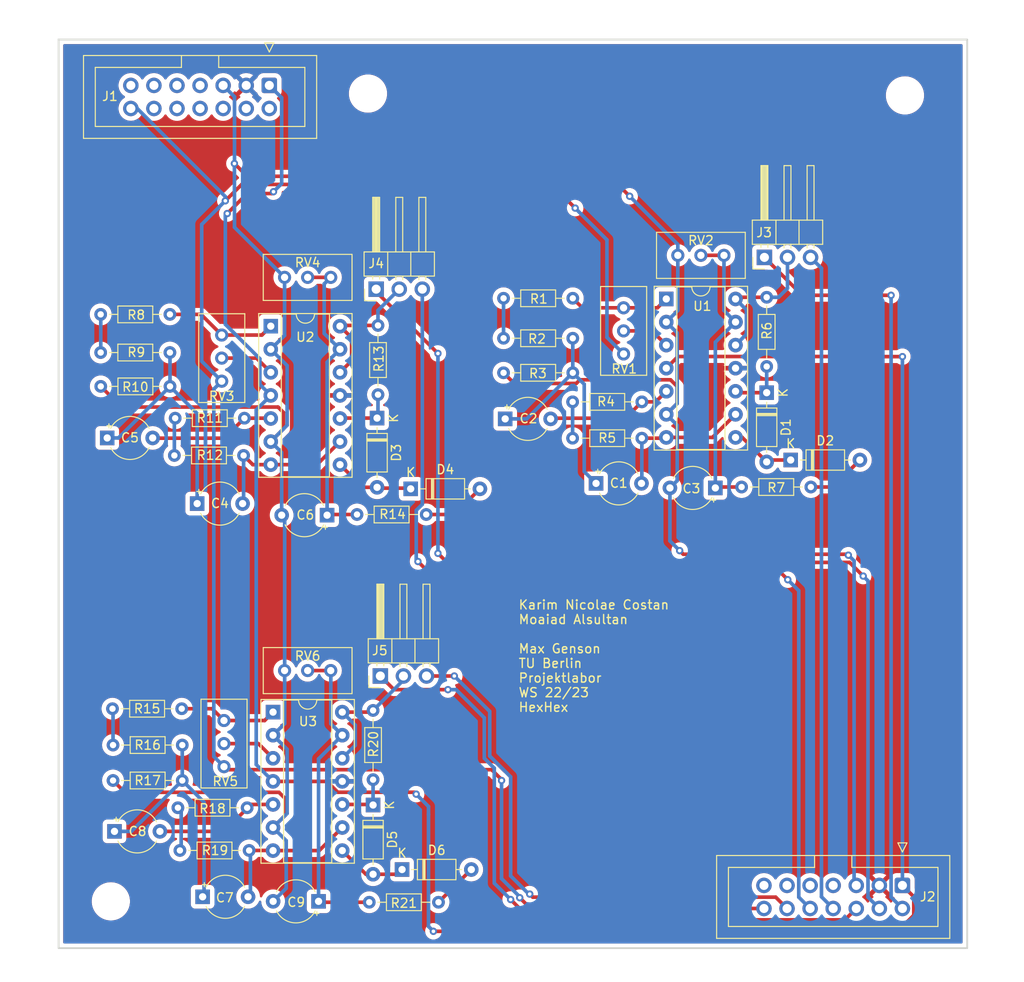
<source format=kicad_pcb>
(kicad_pcb (version 20211014) (generator pcbnew)
  (layers (0 "F.Cu" signal) (31 "B.Cu" signal) (34 "B.Paste" user) (35 "F.Paste" user) (36 "B.SilkS" user "B.Silkscreen") (37 "F.SilkS" user "F.Silkscreen") (38 "B.Mask" user) (39 "F.Mask" user) (44 "Edge.Cuts" user))
  (net 0 "")
  (net 1 "Net-(C1-Pad1)")
  (net 2 "Net-(C1-Pad2)")
  (net 3 "Net-(C2-Pad2)")
  (net 4 "Net-(C3-Pad1)")
  (net 5 "Net-(C3-Pad2)")
  (net 6 "Net-(C4-Pad1)")
  (net 7 "Net-(C4-Pad2)")
  (net 8 "Net-(C5-Pad2)")
  (net 9 "Net-(C6-Pad1)")
  (net 10 "Net-(C7-Pad1)")
  (net 11 "Net-(C7-Pad2)")
  (net 12 "Net-(C8-Pad2)")
  (net 13 "Net-(C9-Pad1)")
  (net 14 "Net-(D1-Pad1)")
  (net 15 "Net-(D1-Pad2)")
  (net 16 "Net-(D2-Pad2)")
  (net 17 "Net-(D3-Pad1)")
  (net 18 "Net-(D3-Pad2)")
  (net 19 "Net-(D4-Pad2)")
  (net 20 "Net-(D5-Pad1)")
  (net 21 "Net-(D5-Pad2)")
  (net 22 "Net-(D6-Pad2)")
  (net 23 "Net-(J1-Pad1)")
  (net 25 "Net-(J1-Pad3)")
  (net 35 "Net-(J1-Pad14)")
  (net 36 "Net-(J2-Pad2)")
  (net 37 "Net-(J2-Pad4)")
  (net 38 "Net-(J2-Pad6)")
  (net 40 "Net-(J2-Pad8)")
  (net 42 "Net-(J2-Pad10)")
  (net 44 "Net-(J2-Pad12)")
  (net 46 "Net-(J3-Pad2)")
  (net 47 "Net-(J4-Pad2)")
  (net 48 "Net-(J5-Pad2)")
  (net 49 "Net-(R1-Pad1)")
  (net 50 "Net-(R1-Pad2)")
  (net 51 "Net-(R4-Pad2)")
  (net 52 "Net-(R8-Pad1)")
  (net 53 "Net-(R8-Pad2)")
  (net 54 "Net-(R11-Pad2)")
  (net 55 "Net-(R15-Pad1)")
  (net 56 "Net-(R15-Pad2)")
  (net 57 "Net-(R18-Pad2)")
  (net 58 "Net-(RV1-Pad2)")
  (net 59 "Net-(RV3-Pad2)")
  (net 60 "Net-(RV5-Pad2)")
  (footprint "Resistor_THT:R_Axial_DIN0204_L3.6mm_D1.6mm_P7.62mm_Horizontal" (layer "F.Cu") (at 114.29 97.225)
    (fp_text reference "R12")
    (fp_text value "R")
  )
  (footprint "Connector_IDC:IDC-Header_2x07_P2.54mm_Vertical" (layer "F.Cu") (at 194.42 144.5475 -90)
    (fp_text reference "J2")
    (fp_text value "Conn_02x07_Odd_Even")
  )
  (footprint "Diode_THT:D_DO-35_SOD27_P7.62mm_Horizontal" (layer "F.Cu") (at 136.6 93.115 -90)
    (fp_text reference "D3")
    (fp_text value "DIODE")
  )
  (footprint "Capacitor_THT:CP_Radial_Tantal_D4.5mm_P5.00mm" (layer "F.Cu") (at 106.9 95.3)
    (fp_text reference "C5")
    (fp_text value "C_Polarized")
  )
  (footprint "Capacitor_THT:CP_Radial_Tantal_D4.5mm_P5.00mm" (layer "F.Cu") (at 131.1 103.8 180)
    (fp_text reference "C6")
    (fp_text value "C_Polarized")
  )
  (footprint "Capacitor_THT:CP_Radial_Tantal_D4.5mm_P5.00mm" (layer "F.Cu") (at 130.16 146.3 180)
    (fp_text reference "C9")
    (fp_text value "C_Polarized")
  )
  (footprint "Diode_THT:D_DO-35_SOD27_P7.62mm_Horizontal" (layer "F.Cu") (at 179.48 90.3175 -90)
    (fp_text reference "D1")
    (fp_text value "DIODE")
  )
  (footprint "Potentiometer_THT:Potentiometer_Bourns_3296W_Vertical" (layer "F.Cu") (at 163.73 80.9775 90)
    (fp_text reference "RV1")
    (fp_text value "R_Potentiometer_Trim")
  )
  (footprint "Connector_PinHeader_2.54mm:PinHeader_1x03_P2.54mm_Horizontal" (layer "F.Cu") (at 136.5 78.925 90)
    (fp_text reference "J4")
    (fp_text value "Conn_01x03_Male")
  )
  (footprint "Resistor_THT:R_Axial_DIN0204_L3.6mm_D1.6mm_P7.62mm_Horizontal" (layer "F.Cu") (at 106.19 89.625)
    (fp_text reference "R10")
    (fp_text value "R")
  )
  (footprint "Resistor_THT:R_Axial_DIN0204_L3.6mm_D1.6mm_P7.62mm_Horizontal" (layer "F.Cu") (at 114.9 140.7)
    (fp_text reference "R19")
    (fp_text value "R")
  )
  (footprint "Capacitor_THT:CP_Radial_Tantal_D4.5mm_P5.00mm" (layer "F.Cu") (at 173.83 100.8 180)
    (fp_text reference "C3")
    (fp_text value "C_Polarized")
  )
  (footprint "Resistor_THT:R_Axial_DIN0204_L3.6mm_D1.6mm_P7.62mm_Horizontal" (layer "F.Cu") (at 136.16 132.91 90)
    (fp_text reference "R20")
    (fp_text value "R")
  )
  (footprint "Resistor_THT:R_Axial_DIN0204_L3.6mm_D1.6mm_P7.62mm_Horizontal" (layer "F.Cu") (at 158.12 95.3275)
    (fp_text reference "R5")
    (fp_text value "R")
  )
  (footprint "Resistor_THT:R_Axial_DIN0204_L3.6mm_D1.6mm_P7.62mm_Horizontal" (layer "F.Cu") (at 115.1 125.1 180)
    (fp_text reference "R15")
    (fp_text value "R")
  )
  (footprint "Resistor_THT:R_Axial_DIN0204_L3.6mm_D1.6mm_P7.62mm_Horizontal" (layer "F.Cu") (at 136.7 90.535 90)
    (fp_text reference "R13")
    (fp_text value "R")
  )
  (footprint "Resistor_THT:R_Axial_DIN0204_L3.6mm_D1.6mm_P7.62mm_Horizontal" (layer "F.Cu") (at 158.14 79.9275 180)
    (fp_text reference "R1")
    (fp_text value "R")
  )
  (footprint "Resistor_THT:R_Axial_DIN0204_L3.6mm_D1.6mm_P7.62mm_Horizontal" (layer "F.Cu") (at 179.48 87.4375 90)
    (fp_text reference "R6")
    (fp_text value "R")
  )
  (footprint "MountingHole:MountingHole_3.2mm_M3" (layer "F.Cu") (at 135.6 57.4)
    (fp_text reference "REF**" hide)
    (fp_text value "MountingHole_3.2mm_M3")
  )
  (footprint "Diode_THT:D_DO-35_SOD27_P7.62mm_Horizontal" (layer "F.Cu") (at 182.12 97.7275)
    (fp_text reference "D2")
    (fp_text value "DIODE")
  )
  (footprint "Diode_THT:D_DO-35_SOD27_P7.62mm_Horizontal" (layer "F.Cu") (at 140.3 100.9)
    (fp_text reference "D4")
    (fp_text value "DIODE")
  )
  (footprint "Resistor_THT:R_Axial_DIN0204_L3.6mm_D1.6mm_P7.62mm_Horizontal" (layer "F.Cu") (at 150.52 84.3275)
    (fp_text reference "R2")
    (fp_text value "R")
  )
  (footprint "Resistor_THT:R_Axial_DIN0204_L3.6mm_D1.6mm_P7.62mm_Horizontal" (layer "F.Cu") (at 113.8 81.7 180)
    (fp_text reference "R8")
    (fp_text value "R")
  )
  (footprint "Resistor_THT:R_Axial_DIN0204_L3.6mm_D1.6mm_P7.62mm_Horizontal" (layer "F.Cu") (at 150.52 88.1275)
    (fp_text reference "R3")
    (fp_text value "R")
  )
  (footprint "Resistor_THT:R_Axial_DIN0204_L3.6mm_D1.6mm_P7.62mm_Horizontal" (layer "F.Cu") (at 107.54 133)
    (fp_text reference "R17")
    (fp_text value "R")
  )
  (footprint "Potentiometer_THT:Potentiometer_Bourns_3296W_Vertical" (layer "F.Cu") (at 119.5 83.975 90)
    (fp_text reference "RV3")
    (fp_text value "R_Potentiometer_Trim")
  )
  (footprint "Resistor_THT:R_Axial_DIN0204_L3.6mm_D1.6mm_P7.62mm_Horizontal" (layer "F.Cu") (at 165.74 91.3275 180)
    (fp_text reference "R4")
    (fp_text value "R")
  )
  (footprint "Resistor_THT:R_Axial_DIN0204_L3.6mm_D1.6mm_P7.62mm_Horizontal" (layer "F.Cu") (at 122 93.125 180)
    (fp_text reference "R11")
    (fp_text value "R")
  )
  (footprint "Connector_PinHeader_2.54mm:PinHeader_1x03_P2.54mm_Horizontal" (layer "F.Cu") (at 136.96 121.5 90)
    (fp_text reference "J5")
    (fp_text value "Conn_01x03_Male")
  )
  (footprint "Resistor_THT:R_Axial_DIN0204_L3.6mm_D1.6mm_P7.62mm_Horizontal" (layer "F.Cu") (at 106.18 85.9)
    (fp_text reference "R9")
    (fp_text value "R")
  )
  (footprint "Resistor_THT:R_Axial_DIN0204_L3.6mm_D1.6mm_P7.62mm_Horizontal" (layer "F.Cu") (at 143.36 146.4 180)
    (fp_text reference "R21")
    (fp_text value "R")
  )
  (footprint "Connector_IDC:IDC-Header_2x07_P2.54mm_Vertical" (layer "F.Cu") (at 124.74 56.5 -90)
    (fp_text reference "J1")
    (fp_text value "Conn_02x07_Odd_Even")
  )
  (footprint "Potentiometer_THT:Potentiometer_Bourns_3296W_Vertical" (layer "F.Cu") (at 119.75 126.4 90)
    (fp_text reference "RV5")
    (fp_text value "R_Potentiometer_Trim")
  )
  (footprint "Capacitor_THT:CP_Radial_Tantal_D4.5mm_P5.00mm" (layer "F.Cu") (at 150.7 93.2)
    (fp_text reference "C2")
    (fp_text value "C_Polarized")
  )
  (footprint "Package_DIP:DIP-14_W7.62mm_Socket" (layer "F.Cu") (at 124.9 83)
    (fp_text reference "U2")
    (fp_text value "TL074")
  )
  (footprint "Capacitor_THT:CP_Radial_Tantal_D4.5mm_P5.00mm" (layer "F.Cu") (at 160.7 100.3)
    (fp_text reference "C1")
    (fp_text value "C_Polarized")
  )
  (footprint "Potentiometer_THT:Potentiometer_Bourns_3296W_Vertical" (layer "F.Cu") (at 174.78 75.2)
    (fp_text reference "RV2")
    (fp_text value "R_Potentiometer_Trim")
  )
  (footprint "Package_DIP:DIP-14_W7.62mm_Socket" (layer "F.Cu") (at 125.15 125.475)
    (fp_text reference "U3")
    (fp_text value "TL074")
  )
  (footprint "Capacitor_THT:CP_Radial_Tantal_D4.5mm_P5.00mm" (layer "F.Cu") (at 116.8 102.525)
    (fp_text reference "C4")
    (fp_text value "C_Polarized")
  )
  (footprint "MountingHole:MountingHole_3.2mm_M3" (layer "F.Cu") (at 194.7 57.6)
    (fp_text reference "REF**" hide)
    (fp_text value "MountingHole_3.2mm_M3")
  )
  (footprint "Capacitor_THT:CP_Radial_Tantal_D4.5mm_P5.00mm" (layer "F.Cu") (at 107.7 138.6)
    (fp_text reference "C8")
    (fp_text value "C_Polarized")
  )
  (footprint "Capacitor_THT:CP_Radial_Tantal_D4.5mm_P5.00mm" (layer "F.Cu") (at 117.4 145.8)
    (fp_text reference "C7")
    (fp_text value "C_Polarized")
  )
  (footprint "MountingHole:MountingHole_3.2mm_M3" (layer "F.Cu") (at 107.3 146.3)
    (fp_text reference "REF**" hide)
    (fp_text value "MountingHole_3.2mm_M3")
  )
  (footprint "Resistor_THT:R_Axial_DIN0204_L3.6mm_D1.6mm_P7.62mm_Horizontal" (layer "F.Cu") (at 122.3 136 180)
    (fp_text reference "R18")
    (fp_text value "R")
  )
  (footprint "Potentiometer_THT:Potentiometer_Bourns_3296W_Vertical" (layer "F.Cu") (at 131.5 77.625)
    (fp_text reference "RV4")
    (fp_text value "R_Potentiometer_Trim")
  )
  (footprint "Diode_THT:D_DO-35_SOD27_P7.62mm_Horizontal" (layer "F.Cu") (at 139.35 142.8)
    (fp_text reference "D6")
    (fp_text value "DIODE")
  )
  (footprint "Diode_THT:D_DO-35_SOD27_P7.62mm_Horizontal" (layer "F.Cu") (at 136.16 135.7 -90)
    (fp_text reference "D5")
    (fp_text value "DIODE")
  )
  (footprint "Potentiometer_THT:Potentiometer_Bourns_3296W_Vertical" (layer "F.Cu") (at 131.5 120.9)
    (fp_text reference "RV6")
    (fp_text value "R_Potentiometer_Trim")
  )
  (footprint "Resistor_THT:R_Axial_DIN0204_L3.6mm_D1.6mm_P7.62mm_Horizontal" (layer "F.Cu") (at 142.01 103.725 180)
    (fp_text reference "R14")
    (fp_text value "R")
  )
  (footprint "Resistor_THT:R_Axial_DIN0204_L3.6mm_D1.6mm_P7.62mm_Horizontal" (layer "F.Cu") (at 107.54 129.1)
    (fp_text reference "R16")
    (fp_text value "R")
  )
  (footprint "Resistor_THT:R_Axial_DIN0204_L3.6mm_D1.6mm_P7.62mm_Horizontal" (layer "F.Cu") (at 184.34 100.7 180)
    (fp_text reference "R7")
    (fp_text value "R")
  )
  (footprint "Package_DIP:DIP-14_W7.62mm_Socket" (layer "F.Cu") (at 168.43 80.0025)
    (fp_text reference "U1")
    (fp_text value "TL074")
  )
  (footprint "Connector_PinHeader_2.54mm:PinHeader_1x03_P2.54mm_Horizontal" (layer "F.Cu") (at 179.23 75.4275 90)
    (fp_text reference "J3")
    (fp_text value "Conn_01x03_Male")
  )
  (gr_rect (start 101.55 51.45) (end 201.55 151.45) (layer "Edge.Cuts") (width 0.2) (fill none))
  (gr_text "Karim Nicolae Costan\nMoaiad Alsultan\n\nMax Genson\nTU Berlin\nProjektlabor\nWS 22/23\nHexHex" (at 152.1 119.3) (layer "F.SilkS") (effects (font (size 1 1)) (justify left)))
  (segment (start 153.0675 93.2) (end 158.14 88.1275) (width 0.4) (layer "B.Cu") (net 1))
  (segment (start 160.7 100.3) (end 159.4 99) (width 0.4) (layer "B.Cu") (net 1))
  (segment (start 159.4 99) (end 159.4 89.3875) (width 0.4) (layer "B.Cu") (net 1))
  (segment (start 159.4 89.3875) (end 158.14 88.1275) (width 0.4) (layer "B.Cu") (net 1))
  (segment (start 158.14 84.3275) (end 158.14 88.1275) (width 0.4) (layer "B.Cu") (net 1))
  (segment (start 150.7 93.2) (end 153.0675 93.2) (width 0.4) (layer "B.Cu") (net 1))
  (segment (start 173.51 95.2425) (end 176.05 92.7025) (width 0.4) (layer "F.Cu") (net 2))
  (segment (start 168.43 95.2425) (end 173.51 95.2425) (width 0.4) (layer "F.Cu") (net 2))
  (segment (start 165.74 95.3275) (end 168.345 95.3275) (width 0.4) (layer "F.Cu") (net 2))
  (segment (start 168.345 95.3275) (end 168.43 95.2425) (width 0.4) (layer "F.Cu") (net 2))
  (segment (start 165.74 95.3275) (end 165.74 100.26) (width 0.4) (layer "B.Cu") (net 2))
  (segment (start 165.74 100.26) (end 165.7 100.3) (width 0.4) (layer "B.Cu") (net 2))
  (segment (start 155.7 93.2) (end 155.7725 93.1275) (width 0.4) (layer "F.Cu") (net 3))
  (segment (start 163.94 93.1275) (end 165.74 91.3275) (width 0.4) (layer "F.Cu") (net 3))
  (segment (start 167.265 91.3275) (end 165.74 91.3275) (width 0.4) (layer "F.Cu") (net 3))
  (segment (start 155.7725 93.1275) (end 163.94 93.1275) (width 0.4) (layer "F.Cu") (net 3))
  (segment (start 167.265 91.3275) (end 168.43 90.1625) (width 0.4) (layer "F.Cu") (net 3))
  (segment (start 173.93 100.7) (end 176.72 100.7) (width 0.4) (layer "F.Cu") (net 4))
  (segment (start 173.83 100.8) (end 173.93 100.7) (width 0.4) (layer "F.Cu") (net 4))
  (segment (start 172.24 75.2) (end 174.78 75.2) (width 0.4) (layer "F.Cu") (net 4))
  (segment (start 176.05 82.5425) (end 173.83 84.7625) (width 0.4) (layer "B.Cu") (net 4))
  (segment (start 173.83 84.7625) (end 173.83 100.8) (width 0.4) (layer "B.Cu") (net 4))
  (segment (start 174.78 81.2725) (end 176.05 82.5425) (width 0.4) (layer "B.Cu") (net 4))
  (segment (start 174.78 75.2) (end 174.78 81.2725) (width 0.4) (layer "B.Cu") (net 4))
  (segment (start 188.368063 108.1) (end 188.468563 108.2005) (width 0.4) (layer "F.Cu") (net 5))
  (segment (start 125.8 134.3) (end 126.5 135) (width 0.4) (layer "F.Cu") (net 5))
  (segment (start 169.629511 91.502989) (end 168.43 92.7025) (width 0.4) (layer "F.Cu") (net 5))
  (segment (start 126.5 135) (end 126.5 136.825) (width 0.4) (layer "F.Cu") (net 5))
  (segment (start 108.465 91.9) (end 125.7 91.9) (width 0.4) (layer "F.Cu") (net 5))
  (segment (start 125.7 91.9) (end 126.3 92.5) (width 0.4) (layer "F.Cu") (net 5))
  (segment (start 168.9 88.9) (end 169.629511 89.629511) (width 0.4) (layer "F.Cu") (net 5))
  (segment (start 106.19 89.625) (end 108.465 91.9) (width 0.4) (layer "F.Cu") (net 5))
  (segment (start 122.3 66.5) (end 120.9 65.1) (width 0.4) (layer "F.Cu") (net 5))
  (segment (start 126.3 94.3) (end 124.9 95.7) (width 0.4) (layer "F.Cu") (net 5))
  (segment (start 151.6925 89.3) (end 150.52 88.1275) (width 0.4) (layer "F.Cu") (net 5))
  (segment (start 162.2 66.5) (end 122.3 66.5) (width 0.4) (layer "F.Cu") (net 5))
  (segment (start 164.4 68.7) (end 162.2 66.5) (width 0.4) (layer "F.Cu") (net 5))
  (segment (start 108.84 134.3) (end 125.8 134.3) (width 0.4) (layer "F.Cu") (net 5))
  (segment (start 107.54 133) (end 108.84 134.3) (width 0.4) (layer "F.Cu") (net 5))
  (segment (start 158.922444 88.9) (end 158.522444 89.3) (width 0.4) (layer "F.Cu") (net 5))
  (segment (start 126.3 92.5) (end 126.3 94.3) (width 0.4) (layer "F.Cu") (net 5))
  (segment (start 169.9 107.7) (end 170.3 108.1) (width 0.4) (layer "F.Cu") (net 5))
  (segment (start 126.5 136.825) (end 125.15 138.175) (width 0.4) (layer "F.Cu") (net 5))
  (segment (start 158.522444 89.3) (end 151.6925 89.3) (width 0.4) (layer "F.Cu") (net 5))
  (segment (start 169.629511 89.629511) (end 169.629511 91.502989) (width 0.4) (layer "F.Cu") (net 5))
  (segment (start 168.9 88.9) (end 158.922444 88.9) (width 0.4) (layer "F.Cu") (net 5))
  (segment (start 170.3 108.1) (end 188.368063 108.1) (width 0.4) (layer "F.Cu") (net 5))
  (via (at 164.4 68.7) (size 0.8) (drill 0.4) (layers "F.Cu" "B.Cu") (net 5))
  (via (at 120.9 65.1) (size 0.8) (drill 0.4) (layers "F.Cu" "B.Cu") (net 5))
  (via (at 169.9 107.7) (size 0.8) (drill 0.4) (layers "F.Cu" "B.Cu") (net 5))
  (via (at 188.468563 108.2005) (size 0.8) (drill 0.4) (layers "F.Cu" "B.Cu") (net 5))
  (segment (start 126.7 136.625) (end 125.15 138.175) (width 0.4) (layer "B.Cu") (net 5))
  (segment (start 169.7 81.2725) (end 168.43 82.5425) (width 0.4) (layer "B.Cu") (net 5))
  (segment (start 126.6 144.86) (end 125.16 146.3) (width 0.4) (layer "B.Cu") (net 5))
  (segment (start 168.83 106.63) (end 168.83 100.8) (width 0.4) (layer "B.Cu") (net 5))
  (segment (start 125.15 138.175) (end 126.6 139.625) (width 0.4) (layer "B.Cu") (net 5))
  (segment (start 169.629511 93.902011) (end 169.629511 100.000489) (width 0.4) (layer "B.Cu") (net 5))
  (segment (start 169.7 74) (end 169.7 75.2) (width 0.4) (layer "B.Cu") (net 5))
  (segment (start 120.9 65.1) (end 120.909511 72.114511) (width 0.4) (layer "B.Cu") (net 5))
  (segment (start 189.1 108.831937) (end 189.1 144.3075) (width 0.4) (layer "B.Cu") (net 5))
  (segment (start 119.66 56.5) (end 120.909511 57.749511) (width 0.4) (layer "B.Cu") (net 5))
  (segment (start 124.9 95.7) (end 126.1 96.9) (width 0.4) (layer "B.Cu") (net 5))
  (segment (start 125.15 128.015) (end 126.7 129.565) (width 0.4) (layer "B.Cu") (net 5))
  (segment (start 126.43 120.89) (end 126.43 104.13) (width 0.4) (layer "B.Cu") (net 5))
  (segment (start 189.1 144.3075) (end 189.34 144.5475) (width 0.4) (layer "B.Cu") (net 5))
  (segment (start 120.909511 65.090489) (end 120.9 65.1) (width 0.4) (layer "B.Cu") (net 5))
  (segment (start 169.7 75.2) (end 169.7 81.2725) (width 0.4) (layer "B.Cu") (net 5))
  (segment (start 120.909511 57.749511) (end 120.909511 65.090489) (width 0.4) (layer "B.Cu") (net 5))
  (segment (start 126.43 104.13) (end 126.1 103.8) (width 0.4) (layer "B.Cu") (net 5))
  (segment (start 168.43 82.5425) (end 169.629511 83.742011) (width 0.4) (layer "B.Cu") (net 5))
  (segment (start 188.468563 108.2005) (end 189.1 108.831937) (width 0.4) (layer "B.Cu") (net 5))
  (segment (start 126.7 129.565) (end 126.7 136.625) (width 0.4) (layer "B.Cu") (net 5))
  (segment (start 120.909511 72.114511) (end 126.42 77.625) (width 0.4) (layer "B.Cu") (net 5))
  (segment (start 126.6 139.625) (end 126.6 144.86) (width 0.4) (layer "B.Cu") (net 5))
  (segment (start 126.43 120.91) (end 126.43 126.735) (width 0.4) (layer "B.Cu") (net 5))
  (segment (start 169.629511 83.742011) (end 169.629511 91.502989) (width 0.4) (layer "B.Cu") (net 5))
  (segment (start 124.9 85.54) (end 126.42 84.02) (width 0.4) (layer "B.Cu") (net 5))
  (segment (start 126.43 126.735) (end 125.15 128.015) (width 0.4) (layer "B.Cu") (net 5))
  (segment (start 126.1 96.9) (end 126.1 103.8) (width 0.4) (layer "B.Cu") (net 5))
  (segment (start 169.629511 100.000489) (end 168.83 100.8) (width 0.4) (layer "B.Cu") (net 5))
  (segment (start 126.7 93.9) (end 124.9 95.7) (width 0.4) (layer "B.Cu") (net 5))
  (segment (start 126.42 120.9) (end 126.43 120.91) (width 0.4) (layer "B.Cu") (net 5))
  (segment (start 168.43 92.7025) (end 169.629511 93.902011) (width 0.4) (layer "B.Cu") (net 5))
  (segment (start 126.42 84.02) (end 126.42 77.625) (width 0.4) (layer "B.Cu") (net 5))
  (segment (start 126.7 87.34) (end 126.7 93.9) (width 0.4) (layer "B.Cu") (net 5))
  (segment (start 169.9 107.7) (end 168.83 106.63) (width 0.4) (layer "B.Cu") (net 5))
  (segment (start 126.42 120.9) (end 126.43 120.89) (width 0.4) (layer "B.Cu") (net 5))
  (segment (start 124.9 85.54) (end 126.7 87.34) (width 0.4) (layer "B.Cu") (net 5))
  (segment (start 169.629511 91.502989) (end 168.43 92.7025) (width 0.4) (layer "B.Cu") (net 5))
  (segment (start 164.4 68.7) (end 169.7 74) (width 0.4) (layer "B.Cu") (net 5))
  (segment (start 106.9 95.3) (end 108.135 95.3) (width 0.4) (layer "B.Cu") (net 6))
  (segment (start 116.8 102.525) (end 116.8 92.615) (width 0.4) (layer "B.Cu") (net 6))
  (segment (start 113.81 85.91) (end 113.8 85.9) (width 0.4) (layer "B.Cu") (net 6))
  (segment (start 113.81 89.625) (end 113.81 85.91) (width 0.4) (layer "B.Cu") (net 6))
  (segment (start 108.135 95.3) (end 113.81 89.625) (width 0.4) (layer "B.Cu") (net 6))
  (segment (start 116.8 92.615) (end 113.81 89.625) (width 0.4) (layer "B.Cu") (net 6))
  (segment (start 130.1 98.125) (end 129.985 98.24) (width 0.4) (layer "F.Cu") (net 7))
  (segment (start 129.985 98.24) (end 124.9 98.24) (width 0.4) (layer "F.Cu") (net 7))
  (segment (start 130.1 98.12) (end 130.1 98.125) (width 0.4) (layer "F.Cu") (net 7))
  (segment (start 122.925 98.24) (end 121.91 97.225) (width 0.4) (layer "F.Cu") (net 7))
  (segment (start 132.52 95.7) (end 130.1 98.12) (width 0.4) (layer "F.Cu") (net 7))
  (segment (start 124.9 98.24) (end 122.925 98.24) (width 0.4) (layer "F.Cu") (net 7))
  (segment (start 121.91 97.225) (end 121.91 102.415) (width 0.4) (layer "B.Cu") (net 7))
  (segment (start 121.91 102.415) (end 121.8 102.525) (width 0.4) (layer "B.Cu") (net 7))
  (segment (start 124.865 93.125) (end 124.9 93.16) (width 0.4) (layer "F.Cu") (net 8))
  (segment (start 119.8 95.325) (end 122 93.125) (width 0.4) (layer "F.Cu") (net 8))
  (segment (start 111.9 95.3) (end 111.925 95.325) (width 0.4) (layer "F.Cu") (net 8))
  (segment (start 122 93.125) (end 124.865 93.125) (width 0.4) (layer "F.Cu") (net 8))
  (segment (start 111.925 95.325) (end 119.8 95.325) (width 0.4) (layer "F.Cu") (net 8))
  (segment (start 128.96 77.625) (end 131.5 77.625) (width 0.4) (layer "F.Cu") (net 9))
  (segment (start 131.1 103.8) (end 131.175 103.725) (width 0.4) (layer "F.Cu") (net 9))
  (segment (start 131.175 103.725) (end 134.39 103.725) (width 0.4) (layer "F.Cu") (net 9))
  (segment (start 130.780001 78.344999) (end 130.780001 83.800001) (width 0.4) (layer "B.Cu") (net 9))
  (segment (start 131.1 86.96) (end 131.1 103.8) (width 0.4) (layer "B.Cu") (net 9))
  (segment (start 131.5 77.625) (end 130.780001 78.344999) (width 0.4) (layer "B.Cu") (net 9))
  (segment (start 132.52 85.54) (end 131.1 86.96) (width 0.4) (layer "B.Cu") (net 9))
  (segment (start 130.780001 83.800001) (end 132.52 85.54) (width 0.4) (layer "B.Cu") (net 9))
  (segment (start 115.16 133) (end 117.56 135.4) (width 0.4) (layer "B.Cu") (net 10))
  (segment (start 117.56 145.64) (end 117.4 145.8) (width 0.4) (layer "B.Cu") (net 10))
  (segment (start 115.16 133) (end 115.16 129.1) (width 0.4) (layer "B.Cu") (net 10))
  (segment (start 109.56 138.6) (end 115.16 133) (width 0.4) (layer "B.Cu") (net 10))
  (segment (start 107.7 138.6) (end 109.56 138.6) (width 0.4) (layer "B.Cu") (net 10))
  (segment (start 117.56 135.4) (end 117.56 145.64) (width 0.4) (layer "B.Cu") (net 10))
  (segment (start 122.52 140.7) (end 125.135 140.7) (width 0.4) (layer "F.Cu") (net 11))
  (segment (start 125.15 140.715) (end 130.23 140.715) (width 0.4) (layer "F.Cu") (net 11))
  (segment (start 130.23 140.715) (end 132.77 138.175) (width 0.4) (layer "F.Cu") (net 11))
  (segment (start 125.135 140.7) (end 125.15 140.715) (width 0.4) (layer "F.Cu") (net 11))
  (segment (start 122.66 140.84) (end 122.66 145.54) (width 0.4) (layer "B.Cu") (net 11))
  (segment (start 122.66 145.54) (end 122.4 145.8) (width 0.4) (layer "B.Cu") (net 11))
  (segment (start 122.52 140.7) (end 122.66 140.84) (width 0.4) (layer "B.Cu") (net 11))
  (segment (start 122.3 136.06) (end 122.3 136) (width 0.4) (layer "F.Cu") (net 12))
  (segment (start 112.7 138.6) (end 119.76 138.6) (width 0.4) (layer "F.Cu") (net 12))
  (segment (start 122.665 135.635) (end 122.3 136) (width 0.4) (layer "F.Cu") (net 12))
  (segment (start 119.76 138.6) (end 122.3 136.06) (width 0.4) (layer "F.Cu") (net 12))
  (segment (start 125.15 135.635) (end 122.665 135.635) (width 0.4) (layer "F.Cu") (net 12))
  (segment (start 130.26 146.4) (end 130.16 146.3) (width 0.4) (layer "F.Cu") (net 13))
  (segment (start 128.96 120.9) (end 131.5 120.9) (width 0.4) (layer "F.Cu") (net 13))
  (segment (start 135.74 146.4) (end 130.26 146.4) (width 0.4) (layer "F.Cu") (net 13))
  (segment (start 131.51 126.755) (end 132.77 128.015) (width 0.4) (layer "B.Cu") (net 13))
  (segment (start 131.51 120.91) (end 131.51 126.755) (width 0.4) (layer "B.Cu") (net 13))
  (segment (start 130.16 130.625) (end 132.77 128.015) (width 0.4) (layer "B.Cu") (net 13))
  (segment (start 131.5 120.9) (end 131.51 120.91) (width 0.4) (layer "B.Cu") (net 13))
  (segment (start 130.16 146.3) (end 130.16 130.625) (width 0.4) (layer "B.Cu") (net 13))
  (segment (start 176.205 90.3175) (end 176.05 90.1625) (width 0.4) (layer "F.Cu") (net 14))
  (segment (start 179.48 90.3175) (end 176.205 90.3175) (width 0.4) (layer "F.Cu") (net 14))
  (segment (start 179.48 90.3175) (end 179.48 87.4375) (width 0.4) (layer "B.Cu") (net 14))
  (segment (start 179.69 97.7275) (end 179.48 97.9375) (width 0.4) (layer "F.Cu") (net 15))
  (segment (start 179.48 97.9375) (end 176.785 95.2425) (width 0.4) (layer "F.Cu") (net 15))
  (segment (start 182.12 97.7275) (end 179.69 97.7275) (width 0.4) (layer "F.Cu") (net 15))
  (segment (start 176.785 95.2425) (end 176.05 95.2425) (width 0.4) (layer "F.Cu") (net 15))
  (segment (start 186.7675 100.7) (end 189.74 97.7275) (width 0.4) (layer "F.Cu") (net 16))
  (segment (start 184.34 100.7) (end 186.7675 100.7) (width 0.4) (layer "F.Cu") (net 16))
  (segment (start 136.6 93.115) (end 132.565 93.115) (width 0.4) (layer "F.Cu") (net 17))
  (segment (start 132.565 93.115) (end 132.52 93.16) (width 0.4) (layer "F.Cu") (net 17))
  (segment (start 136.7 90.535) (end 136.7 93.015) (width 0.4) (layer "B.Cu") (net 17))
  (segment (start 136.7 93.015) (end 136.6 93.115) (width 0.4) (layer "B.Cu") (net 17))
  (segment (start 140.225 100.825) (end 136.69 100.825) (width 0.4) (layer "F.Cu") (net 18))
  (segment (start 136.6 100.735) (end 135.015 100.735) (width 0.4) (layer "F.Cu") (net 18))
  (segment (start 140.3 100.9) (end 140.225 100.825) (width 0.4) (layer "F.Cu") (net 18))
  (segment (start 136.69 100.825) (end 136.6 100.735) (width 0.4) (layer "F.Cu") (net 18))
  (segment (start 135.015 100.735) (end 132.52 98.24) (width 0.4) (layer "F.Cu") (net 18))
  (segment (start 145.095 103.725) (end 147.92 100.9) (width 0.4) (layer "F.Cu") (net 19))
  (segment (start 142.01 103.725) (end 145.095 103.725) (width 0.4) (layer "F.Cu") (net 19))
  (segment (start 132.77 135.635) (end 136.095 135.635) (width 0.4) (layer "F.Cu") (net 20))
  (segment (start 136.095 135.635) (end 136.16 135.7) (width 0.4) (layer "F.Cu") (net 20))
  (segment (start 136.16 132.91) (end 136.16 135.7) (width 0.4) (layer "B.Cu") (net 20))
  (segment (start 136.16 143.32) (end 138.83 143.32) (width 0.4) (layer "F.Cu") (net 21))
  (segment (start 135.375 143.32) (end 136.16 143.32) (width 0.4) (layer "F.Cu") (net 21))
  (segment (start 138.83 143.32) (end 139.35 142.8) (width 0.4) (layer "F.Cu") (net 21))
  (segment (start 132.77 140.715) (end 135.375 143.32) (width 0.4) (layer "F.Cu") (net 21))
  (segment (start 143.36 146.4) (end 146.96 142.8) (width 0.4) (layer "F.Cu") (net 22))
  (segment (start 146.96 142.8) (end 146.97 142.8) (width 0.4) (layer "F.Cu") (net 22))
  (segment (start 169.714511 86.337989) (end 168.43 87.6225) (width 0.4) (layer "F.Cu") (net 23))
  (segment (start 194.42 86.35) (end 191.45 86.35) (width 0.4) (layer "F.Cu") (net 23))
  (segment (start 122.309019 68.4) (end 120.107957 70.601062) (width 0.4) (layer "F.Cu") (net 23))
  (segment (start 191.45 86.35) (end 191.437989 86.337989) (width 0.4) (layer "F.Cu") (net 23))
  (segment (start 125.2 68.1995) (end 124.9995 68.4) (width 0.4) (layer "F.Cu") (net 23))
  (segment (start 125.155 133.1) (end 131.078634 133.1) (width 0.4) (layer "F.Cu") (net 23))
  (segment (start 194.42 144.5475) (end 195.669511 145.797011) (width 0.4) (layer "F.Cu") (net 23))
  (segment (start 191.437989 86.337989) (end 169.714511 86.337989) (width 0.4) (layer "F.Cu") (net 23))
  (segment (start 125.15 133.095) (end 125.155 133.1) (width 0.4) (layer "F.Cu") (net 23))
  (segment (start 195.669511 147.830489) (end 193.9 149.6) (width 0.4) (layer "F.Cu") (net 23))
  (segment (start 193.9 149.6) (end 142.8 149.6) (width 0.4) (layer "F.Cu") (net 23))
  (segment (start 140.694511 134.294511) (end 140.9 134.5) (width 0.4) (layer "F.Cu") (net 23))
  (segment (start 131.078634 133.1) (end 132.273145 134.294511) (width 0.4) (layer "F.Cu") (net 23))
  (segment (start 124.9995 68.4) (end 122.309019 68.4) (width 0.4) (layer "F.Cu") (net 23))
  (segment (start 195.669511 145.797011) (end 195.669511 147.830489) (width 0.4) (layer "F.Cu") (net 23))
  (segment (start 132.273145 134.294511) (end 140.694511 134.294511) (width 0.4) (layer "F.Cu") (net 23))
  (via (at 140.9 134.5) (size 0.8) (drill 0.4) (layers "F.Cu" "B.Cu") (net 23))
  (via (at 142.8 149.6) (size 0.8) (drill 0.4) (layers "F.Cu" "B.Cu") (net 23))
  (via (at 125.2 68.1995) (size 0.8) (drill 0.4) (layers "F.Cu" "B.Cu") (net 23))
  (via (at 194.42 86.35) (size 0.8) (drill 0.4) (layers "F.Cu" "B.Cu") (net 23))
  (via (at 120.107957 70.601062) (size 0.8) (drill 0.4) (layers "F.Cu" "B.Cu") (net 23))
  (segment (start 125.2 68.1995) (end 126.1 67.2995) (width 0.4) (layer "B.Cu") (net 23))
  (segment (start 125.15 133.095) (end 123.3 131.245) (width 0.4) (layer "B.Cu") (net 23))
  (segment (start 123.700489 86.59226) (end 123.700489 89.420489) (width 0.4) (layer "B.Cu") (net 23))
  (segment (start 126.1 57.86) (end 124.74 56.5) (width 0.4) (layer "B.Cu") (net 23))
  (segment (start 142.260489 149.060489) (end 142.260489 136.739511) (width 0.4) (layer "B.Cu") (net 23))
  (segment (start 126.1 67.2995) (end 126.1 57.86) (width 0.4) (layer "B.Cu") (net 23))
  (segment (start 140.9 134.5) (end 142.260489 135.860489) (width 0.4) (layer "B.Cu") (net 23))
  (segment (start 194.42 144.5475) (end 194.42 86.35) (width 0.4) (layer "B.Cu") (net 23))
  (segment (start 123.3 92.22) (end 124.9 90.62) (width 0.4) (layer "B.Cu") (net 23))
  (segment (start 123.700489 89.420489) (end 124.9 90.62) (width 0.4) (layer "B.Cu") (net 23))
  (segment (start 119.9 70.809019) (end 119.9 82.791771) (width 0.4) (layer "B.Cu") (net 23))
  (segment (start 142.8 149.6) (end 142.260489 149.060489) (width 0.4) (layer "B.Cu") (net 23))
  (segment (start 119.9 82.791771) (end 123.700489 86.59226) (width 0.4) (layer "B.Cu") (net 23))
  (segment (start 142.260489 135.860489) (end 142.260489 136.739511) (width 0.4) (layer "B.Cu") (net 23))
  (segment (start 120.107957 70.601062) (end 119.9 70.809019) (width 0.4) (layer "B.Cu") (net 23))
  (segment (start 123.3 131.245) (end 123.3 92.22) (width 0.4) (layer "B.Cu") (net 23))
  (segment (start 150.3 133) (end 150.3 132.9) (width 0.4) (layer "F.Cu") (net 35))
  (segment (start 158.4 70) (end 155.8 67.4) (width 0.4) (layer "F.Cu") (net 35))
  (segment (start 121.7 67.4) (end 119.9 69.2) (width 0.4) (layer "F.Cu") (net 35))
  (segment (start 153.4875 147.0875) (end 179.18 147.0875) (width 0.4) (layer "F.Cu") (net 35))
  (segment (start 120.080489 131.810489) (end 119.75 131.48) (width 0.4) (layer "F.Cu") (net 35))
  (segment (start 155.8 67.4) (end 121.7 67.4) (width 0.4) (layer "F.Cu") (net 35))
  (segment (start 150.3 132.9) (end 149.210489 131.810489) (width 0.4) (layer "F.Cu") (net 35))
  (segment (start 149.210489 131.810489) (end 120.080489 131.810489) (width 0.4) (layer "F.Cu") (net 35))
  (segment (start 152.3 145.9) (end 153.4875 147.0875) (width 0.4) (layer "F.Cu") (net 35))
  (via (at 119.9 69.2) (size 0.8) (drill 0.4) (layers "F.Cu" "B.Cu") (net 35))
  (via (at 158.4 70) (size 0.8) (drill 0.4) (layers "F.Cu" "B.Cu") (net 35))
  (via (at 150.3 133) (size 0.8) (drill 0.4) (layers "F.Cu" "B.Cu") (net 35))
  (via (at 152.3 145.9) (size 0.8) (drill 0.4) (layers "F.Cu" "B.Cu") (net 35))
  (segment (start 118.630489 130.360489) (end 118.630489 89.924511) (width 0.4) (layer "B.Cu") (net 35))
  (segment (start 161.9 84.2275) (end 163.73 86.0575) (width 0.4) (layer "B.Cu") (net 35))
  (segment (start 152.3 145.8) (end 150.3 143.8) (width 0.4) (layer "B.Cu") (net 35))
  (segment (start 150.3 143.8) (end 150.3 133) (width 0.4) (layer "B.Cu") (net 35))
  (segment (start 161.9 73.5) (end 161.9 84.2275) (width 0.4) (layer "B.Cu") (net 35))
  (segment (start 119.75 131.48) (end 118.630489 130.360489) (width 0.4) (layer "B.Cu") (net 35))
  (segment (start 158.4 70) (end 161.9 73.5) (width 0.4) (layer "B.Cu") (net 35))
  (segment (start 117.3 86.855) (end 119.5 89.055) (width 0.4) (layer "B.Cu") (net 35))
  (segment (start 117.3 71.8) (end 117.3 86.855) (width 0.4) (layer "B.Cu") (net 35))
  (segment (start 119.9 69.2) (end 119.9 68.74) (width 0.4) (layer "B.Cu") (net 35))
  (segment (start 110.2 59.04) (end 109.5 59.04) (width 0.4) (layer "B.Cu") (net 35))
  (segment (start 118.630489 89.924511) (end 119.5 89.055) (width 0.4) (layer "B.Cu") (net 35))
  (segment (start 119.9 68.74) (end 110.2 59.04) (width 0.4) (layer "B.Cu") (net 35))
  (segment (start 152.3 145.9) (end 152.3 145.8) (width 0.4) (layer "B.Cu") (net 35))
  (segment (start 119.9 69.2) (end 117.3 71.8) (width 0.4) (layer "B.Cu") (net 35))
  (segment (start 183.4025 79.6) (end 193.17048 79.6) (width 0.4) (layer "F.Cu") (net 36))
  (segment (start 179.23 75.4275) (end 183.4025 79.6) (width 0.4) (layer "F.Cu") (net 36))
  (via (at 193.17048 79.6) (size 0.8) (drill 0.4) (layers "F.Cu" "B.Cu") (net 36))
  (segment (start 193.17048 145.83798) (end 194.42 147.0875) (width 0.4) (layer "B.Cu") (net 36))
  (segment (start 193.17048 79.6) (end 193.17048 145.83798) (width 0.4) (layer "B.Cu") (net 36))
  (segment (start 136.5 79.2) (end 143.3 86) (width 0.4) (layer "F.Cu") (net 37))
  (segment (start 144.3 109) (end 143.3 108) (width 0.4) (layer "F.Cu") (net 37))
  (segment (start 136.5 78.925) (end 136.5 79.2) (width 0.4) (layer "F.Cu") (net 37))
  (segment (start 190.1 110.5) (end 188.6 109) (width 0.4) (layer "F.Cu") (net 37))
  (segment (start 188.6 109) (end 144.3 109) (width 0.4) (layer "F.Cu") (net 37))
  (via (at 190.1 110.5) (size 0.8) (drill 0.4) (layers "F.Cu" "B.Cu") (net 37))
  (via (at 143.3 108) (size 0.8) (drill 0.4) (layers "F.Cu" "B.Cu") (net 37))
  (via (at 143.3 86) (size 0.8) (drill 0.4) (layers "F.Cu" "B.Cu") (net 37))
  (segment (start 190.1 110.5) (end 190.630489 111.030489) (width 0.4) (layer "B.Cu") (net 37))
  (segment (start 143.3 108) (end 143.3 86) (width 0.4) (layer "B.Cu") (net 37))
  (segment (start 190.630489 111.030489) (end 190.630489 145.837989) (width 0.4) (layer "B.Cu") (net 37))
  (segment (start 190.630489 145.837989) (end 191.88 147.0875) (width 0.4) (layer "B.Cu") (net 37))
  (segment (start 138.46 123) (end 136.96 121.5) (width 0.4) (layer "F.Cu") (net 38))
  (segment (start 188.090489 148.337011) (end 153.537011 148.337011) (width 0.4) (layer "F.Cu") (net 38))
  (segment (start 189.34 147.0875) (end 188.090489 148.337011) (width 0.4) (layer "F.Cu") (net 38))
  (segment (start 153.537011 148.337011) (end 151.3 146.1) (width 0.4) (layer "F.Cu") (net 38))
  (segment (start 144.4 123) (end 138.46 123) (width 0.4) (layer "F.Cu") (net 38))
  (via (at 144.4 123) (size 0.8) (drill 0.4) (layers "F.Cu" "B.Cu") (net 38))
  (via (at 151.3 146.1) (size 0.8) (drill 0.4) (layers "F.Cu" "B.Cu") (net 38))
  (segment (start 148.40048 130.54833) (end 149.5 131.64785) (width 0.4) (layer "B.Cu") (net 38))
  (segment (start 149.5 131.64785) (end 149.5 144.3) (width 0.4) (layer "B.Cu") (net 38))
  (segment (start 144.4 123) (end 145.3 123) (width 0.4) (layer "B.Cu") (net 38))
  (segment (start 149.5 144.3) (end 151.3 146.1) (width 0.4) (layer "B.Cu") (net 38))
  (segment (start 145.3 123) (end 148.40048 126.10048) (width 0.4) (layer "B.Cu") (net 38))
  (segment (start 148.40048 126.10048) (end 148.40048 130.54833) (width 0.4) (layer "B.Cu") (net 38))
  (segment (start 185.509511 76.627011) (end 185.509511 145.797011) (width 0.4) (layer "B.Cu") (net 40))
  (segment (start 184.31 75.4275) (end 185.509511 76.627011) (width 0.4) (layer "B.Cu") (net 40))
  (segment (start 185.509511 145.797011) (end 186.8 147.0875) (width 0.4) (layer "B.Cu") (net 40))
  (segment (start 181.8 110.9) (end 180.9 110) (width 0.4) (layer "F.Cu") (net 42))
  (segment (start 180.9 110) (end 142.2 110) (width 0.4) (layer "F.Cu") (net 42))
  (segment (start 142.2 110) (end 141.1 108.9) (width 0.4) (layer "F.Cu") (net 42))
  (via (at 181.8 110.9) (size 0.8) (drill 0.4) (layers "F.Cu" "B.Cu") (net 42))
  (via (at 141.1 108.9) (size 0.8) (drill 0.4) (layers "F.Cu" "B.Cu") (net 42))
  (segment (start 140.910489 108.710489) (end 140.910489 103.269567) (width 0.4) (layer "B.Cu") (net 42))
  (segment (start 141.58 102.600056) (end 141.58 78.925) (width 0.4) (layer "B.Cu") (net 42))
  (segment (start 181.8 110.9) (end 183.010489 112.110489) (width 0.4) (layer "B.Cu") (net 42))
  (segment (start 141.1 108.9) (end 140.910489 108.710489) (width 0.4) (layer "B.Cu") (net 42))
  (segment (start 183.010489 145.837989) (end 184.26 147.0875) (width 0.4) (layer "B.Cu") (net 42))
  (segment (start 183.010489 112.110489) (end 183.010489 145.837989) (width 0.4) (layer "B.Cu") (net 42))
  (segment (start 140.910489 103.269567) (end 141.58 102.600056) (width 0.4) (layer "B.Cu") (net 42))
  (segment (start 145.1 121.5) (end 142.04 121.5) (width 0.4) (layer "F.Cu") (net 44))
  (segment (start 153.4 145.5) (end 153.737989 145.837989) (width 0.4) (layer "F.Cu") (net 44))
  (segment (start 153.737989 145.837989) (end 180.470489 145.837989) (width 0.4) (layer "F.Cu") (net 44))
  (segment (start 180.470489 145.837989) (end 181.72 147.0875) (width 0.4) (layer "F.Cu") (net 44))
  (via (at 153.4 145.5) (size 0.8) (drill 0.4) (layers "F.Cu" "B.Cu") (net 44))
  (via (at 145.1 121.5) (size 0.8) (drill 0.4) (layers "F.Cu" "B.Cu") (net 44))
  (segment (start 149 130.3) (end 149 125.4) (width 0.4) (layer "B.Cu") (net 44))
  (segment (start 153.3 145.5) (end 151.3 143.5) (width 0.4) (layer "B.Cu") (net 44))
  (segment (start 153.4 145.5) (end 153.3 145.5) (width 0.4) (layer "B.Cu") (net 44))
  (segment (start 151.3 143.5) (end 151.3 132.6) (width 0.4) (layer "B.Cu") (net 44))
  (segment (start 149 125.4) (end 145.1 121.5) (width 0.4) (layer "B.Cu") (net 44))
  (segment (start 151.3 132.6) (end 149 130.3) (width 0.4) (layer "B.Cu") (net 44))
  (segment (start 176.235 79.8175) (end 176.05 80.0025) (width 0.4) (layer "F.Cu") (net 46))
  (segment (start 179.48 79.8175) (end 176.235 79.8175) (width 0.4) (layer "F.Cu") (net 46))
  (segment (start 176.05 80.0025) (end 177.249511 81.202011) (width 0.4) (layer "B.Cu") (net 46))
  (segment (start 180.7825 79.8175) (end 181.77 78.83) (width 0.4) (layer "B.Cu") (net 46))
  (segment (start 181.77 78.83) (end 181.77 75.4275) (width 0.4) (layer "B.Cu") (net 46))
  (segment (start 177.249511 81.202011) (end 177.249511 83.882989) (width 0.4) (layer "B.Cu") (net 46))
  (segment (start 179.48 79.8175) (end 180.7825 79.8175) (width 0.4) (layer "B.Cu") (net 46))
  (segment (start 177.249511 83.882989) (end 176.05 85.0825) (width 0.4) (layer "B.Cu") (net 46))
  (segment (start 133.8 86.8) (end 132.52 88.08) (width 0.4) (layer "F.Cu") (net 47))
  (segment (start 132.52 83) (end 133.8 84.28) (width 0.4) (layer "F.Cu") (net 47))
  (segment (start 132.605 82.915) (end 132.52 83) (width 0.4) (layer "F.Cu") (net 47))
  (segment (start 136.7 82.915) (end 132.605 82.915) (width 0.4) (layer "F.Cu") (net 47))
  (segment (start 133.8 84.28) (end 133.8 86.8) (width 0.4) (layer "F.Cu") (net 47))
  (segment (start 136.7 81.265) (end 139.04 78.925) (width 0.4) (layer "B.Cu") (net 47))
  (segment (start 136.7 82.915) (end 136.7 81.265) (width 0.4) (layer "B.Cu") (net 47))
  (segment (start 135.975 125.475) (end 136.16 125.29) (width 0.4) (layer "F.Cu") (net 48))
  (segment (start 132.77 125.475) (end 135.975 125.475) (width 0.4) (layer "F.Cu") (net 48))
  (segment (start 136.16 125.29) (end 139.5 121.95) (width 0.4) (layer "B.Cu") (net 48))
  (segment (start 134.2 129.125) (end 132.77 130.555) (width 0.4) (layer "B.Cu") (net 48))
  (segment (start 132.77 125.475) (end 134.2 126.905) (width 0.4) (layer "B.Cu") (net 48))
  (segment (start 139.5 121.95) (end 139.5 121.5) (width 0.4) (layer "B.Cu") (net 48))
  (segment (start 134.2 126.905) (end 134.2 129.125) (width 0.4) (layer "B.Cu") (net 48))
  (segment (start 167.455 80.9775) (end 168.43 80.0025) (width 0.4) (layer "F.Cu") (net 49))
  (segment (start 163.73 80.9775) (end 167.455 80.9775) (width 0.4) (layer "F.Cu") (net 49))
  (segment (start 163.73 80.9775) (end 159.19 80.9775) (width 0.4) (layer "F.Cu") (net 49))
  (segment (start 159.19 80.9775) (end 158.14 79.9275) (width 0.4) (layer "F.Cu") (net 49))
  (segment (start 150.52 84.3275) (end 150.52 79.9275) (width 0.4) (layer "B.Cu") (net 50))
  (segment (start 158.12 91.3275) (end 158.12 95.3275) (width 0.4) (layer "B.Cu") (net 51))
  (segment (start 123.925 83.975) (end 124.9 83) (width 0.4) (layer "F.Cu") (net 52))
  (segment (start 117.225 81.7) (end 119.5 83.975) (width 0.4) (layer "F.Cu") (net 52))
  (segment (start 113.8 81.7) (end 117.225 81.7) (width 0.4) (layer "F.Cu") (net 52))
  (segment (start 119.5 83.975) (end 123.925 83.975) (width 0.4) (layer "F.Cu") (net 52))
  (segment (start 106.18 81.7) (end 106.19 81.71) (width 0.4) (layer "B.Cu") (net 53))
  (segment (start 106.19 81.71) (end 106.19 85.89) (width 0.4) (layer "B.Cu") (net 53))
  (segment (start 106.19 85.89) (end 106.18 85.9) (width 0.4) (layer "B.Cu") (net 53))
  (segment (start 114.29 93.215) (end 114.38 93.125) (width 0.4) (layer "B.Cu") (net 54))
  (segment (start 114.29 97.225) (end 114.29 93.215) (width 0.4) (layer "B.Cu") (net 54))
  (segment (start 118.45 125.1) (end 119.75 126.4) (width 0.4) (layer "F.Cu") (net 55))
  (segment (start 124.225 126.4) (end 125.15 125.475) (width 0.4) (layer "F.Cu") (net 55))
  (segment (start 115.1 125.1) (end 118.45 125.1) (width 0.4) (layer "F.Cu") (net 55))
  (segment (start 119.75 126.4) (end 124.225 126.4) (width 0.4) (layer "F.Cu") (net 55))
  (segment (start 107.54 125.16) (end 107.48 125.1) (width 0.4) (layer "B.Cu") (net 56))
  (segment (start 107.54 129.1) (end 107.54 125.16) (width 0.4) (layer "B.Cu") (net 56))
  (segment (start 115.04 140.56) (end 115.04 136.36) (width 0.4) (layer "B.Cu") (net 57))
  (segment (start 114.9 140.7) (end 115.04 140.56) (width 0.4) (layer "B.Cu") (net 57))
  (segment (start 115.04 136.36) (end 114.68 136) (width 0.4) (layer "B.Cu") (net 57))
  (segment (start 163.73 83.5175) (end 166.865 83.5175) (width 0.4) (layer "F.Cu") (net 58))
  (segment (start 166.865 83.5175) (end 168.43 85.0825) (width 0.4) (layer "F.Cu") (net 58))
  (segment (start 119.5 86.515) (end 123.335 86.515) (width 0.4) (layer "F.Cu") (net 59))
  (segment (start 123.335 86.515) (end 124.9 88.08) (width 0.4) (layer "F.Cu") (net 59))
  (segment (start 119.75 128.94) (end 123.535 128.94) (width 0.4) (layer "F.Cu") (net 60))
  (segment (start 123.535 128.94) (end 125.15 130.555) (width 0.4) (layer "F.Cu") (net 60))
  (zone (net 25) (net_name "Net-(J1-Pad3)") (layers F&B.Cu) (connect_pads (clearance 0.508)) (min_thickness 0.254) (fill yes (thermal_gap 0.508) (thermal_bridge_width 0.508))
    (polygon (pts (xy 207.8 48.2) (xy 207.8 155.2) (xy 95.1 155.2) (xy 95.1 47.1)))
  )
)
</source>
